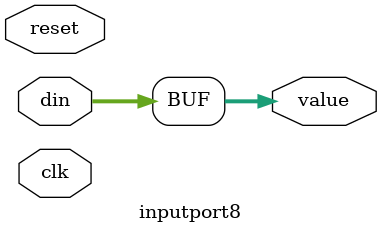
<source format=v>
`default_nettype none

module inputport8
  #(
    parameter WIDTH = 8
    )
   (
    input wire 		  clk,
    input wire 		  reset,

    input wire [WIDTH-1:0] din,
    output wire signed [WIDTH-1:0] value
    );
   
   assign value = din;
  
endmodule

`default_nettype wire

</source>
